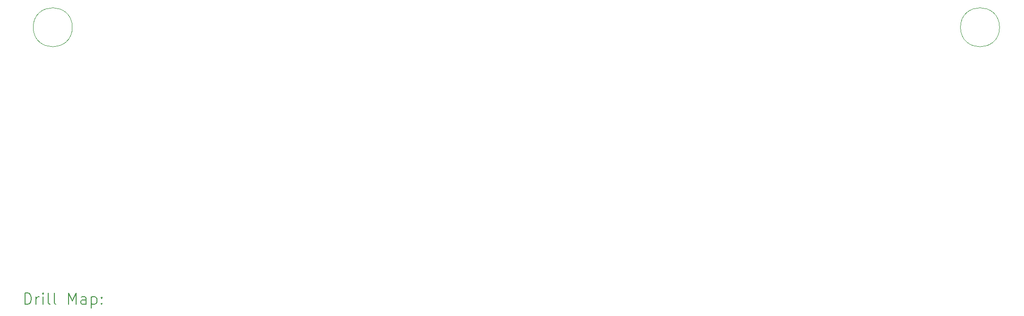
<source format=gbr>
%TF.GenerationSoftware,KiCad,Pcbnew,7.0.1-0*%
%TF.CreationDate,2023-04-13T09:07:21-04:00*%
%TF.ProjectId,WrightFlyer,57726967-6874-4466-9c79-65722e6b6963,v03*%
%TF.SameCoordinates,Original*%
%TF.FileFunction,Drillmap*%
%TF.FilePolarity,Positive*%
%FSLAX45Y45*%
G04 Gerber Fmt 4.5, Leading zero omitted, Abs format (unit mm)*
G04 Created by KiCad (PCBNEW 7.0.1-0) date 2023-04-13 09:07:21*
%MOMM*%
%LPD*%
G01*
G04 APERTURE LIST*
%ADD10C,0.100000*%
%ADD11C,0.200000*%
G04 APERTURE END LIST*
D10*
X23972000Y-7000000D02*
G75*
G03*
X23972000Y-7000000I-350000J0D01*
G01*
X7366000Y-7000000D02*
G75*
G03*
X7366000Y-7000000I-350000J0D01*
G01*
D11*
X6517847Y-11971158D02*
X6517847Y-11771158D01*
X6517847Y-11771158D02*
X6565466Y-11771158D01*
X6565466Y-11771158D02*
X6594038Y-11780681D01*
X6594038Y-11780681D02*
X6613085Y-11799729D01*
X6613085Y-11799729D02*
X6622609Y-11818777D01*
X6622609Y-11818777D02*
X6632133Y-11856872D01*
X6632133Y-11856872D02*
X6632133Y-11885443D01*
X6632133Y-11885443D02*
X6622609Y-11923539D01*
X6622609Y-11923539D02*
X6613085Y-11942586D01*
X6613085Y-11942586D02*
X6594038Y-11961634D01*
X6594038Y-11961634D02*
X6565466Y-11971158D01*
X6565466Y-11971158D02*
X6517847Y-11971158D01*
X6717847Y-11971158D02*
X6717847Y-11837824D01*
X6717847Y-11875920D02*
X6727371Y-11856872D01*
X6727371Y-11856872D02*
X6736895Y-11847348D01*
X6736895Y-11847348D02*
X6755943Y-11837824D01*
X6755943Y-11837824D02*
X6774990Y-11837824D01*
X6841657Y-11971158D02*
X6841657Y-11837824D01*
X6841657Y-11771158D02*
X6832133Y-11780681D01*
X6832133Y-11780681D02*
X6841657Y-11790205D01*
X6841657Y-11790205D02*
X6851181Y-11780681D01*
X6851181Y-11780681D02*
X6841657Y-11771158D01*
X6841657Y-11771158D02*
X6841657Y-11790205D01*
X6965466Y-11971158D02*
X6946419Y-11961634D01*
X6946419Y-11961634D02*
X6936895Y-11942586D01*
X6936895Y-11942586D02*
X6936895Y-11771158D01*
X7070228Y-11971158D02*
X7051181Y-11961634D01*
X7051181Y-11961634D02*
X7041657Y-11942586D01*
X7041657Y-11942586D02*
X7041657Y-11771158D01*
X7298800Y-11971158D02*
X7298800Y-11771158D01*
X7298800Y-11771158D02*
X7365466Y-11914015D01*
X7365466Y-11914015D02*
X7432133Y-11771158D01*
X7432133Y-11771158D02*
X7432133Y-11971158D01*
X7613085Y-11971158D02*
X7613085Y-11866396D01*
X7613085Y-11866396D02*
X7603562Y-11847348D01*
X7603562Y-11847348D02*
X7584514Y-11837824D01*
X7584514Y-11837824D02*
X7546419Y-11837824D01*
X7546419Y-11837824D02*
X7527371Y-11847348D01*
X7613085Y-11961634D02*
X7594038Y-11971158D01*
X7594038Y-11971158D02*
X7546419Y-11971158D01*
X7546419Y-11971158D02*
X7527371Y-11961634D01*
X7527371Y-11961634D02*
X7517847Y-11942586D01*
X7517847Y-11942586D02*
X7517847Y-11923539D01*
X7517847Y-11923539D02*
X7527371Y-11904491D01*
X7527371Y-11904491D02*
X7546419Y-11894967D01*
X7546419Y-11894967D02*
X7594038Y-11894967D01*
X7594038Y-11894967D02*
X7613085Y-11885443D01*
X7708324Y-11837824D02*
X7708324Y-12037824D01*
X7708324Y-11847348D02*
X7727371Y-11837824D01*
X7727371Y-11837824D02*
X7765466Y-11837824D01*
X7765466Y-11837824D02*
X7784514Y-11847348D01*
X7784514Y-11847348D02*
X7794038Y-11856872D01*
X7794038Y-11856872D02*
X7803562Y-11875920D01*
X7803562Y-11875920D02*
X7803562Y-11933062D01*
X7803562Y-11933062D02*
X7794038Y-11952110D01*
X7794038Y-11952110D02*
X7784514Y-11961634D01*
X7784514Y-11961634D02*
X7765466Y-11971158D01*
X7765466Y-11971158D02*
X7727371Y-11971158D01*
X7727371Y-11971158D02*
X7708324Y-11961634D01*
X7889276Y-11952110D02*
X7898800Y-11961634D01*
X7898800Y-11961634D02*
X7889276Y-11971158D01*
X7889276Y-11971158D02*
X7879752Y-11961634D01*
X7879752Y-11961634D02*
X7889276Y-11952110D01*
X7889276Y-11952110D02*
X7889276Y-11971158D01*
X7889276Y-11847348D02*
X7898800Y-11856872D01*
X7898800Y-11856872D02*
X7889276Y-11866396D01*
X7889276Y-11866396D02*
X7879752Y-11856872D01*
X7879752Y-11856872D02*
X7889276Y-11847348D01*
X7889276Y-11847348D02*
X7889276Y-11866396D01*
M02*

</source>
